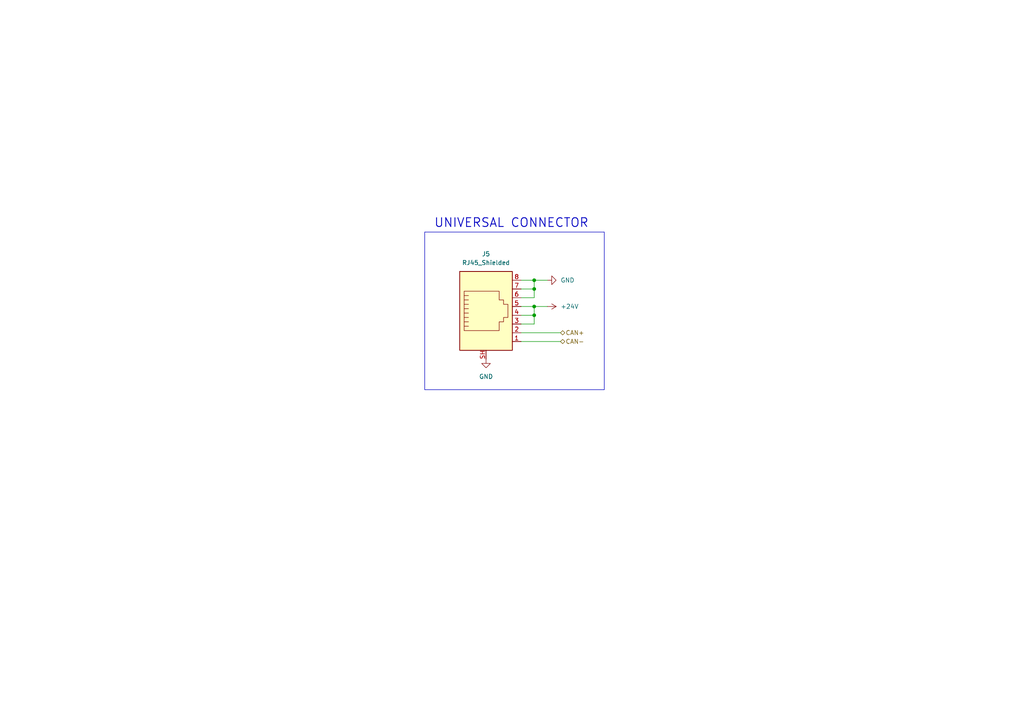
<source format=kicad_sch>
(kicad_sch (version 20231120) (generator "eeschema") (generator_version "8.0")
  (paper "A4")
  (title_block (title "TeR_PEDAL") (date "2023-11-24") (rev "V1.1.0") (company "Tecnun-eRacing") (comment 1 "Ozuba"))
  (lib_symbols
    (symbol "Connector:RJ45_Shielded" (pin_names (offset 1.016))
      (property "Reference" "J" (at -5.08 13.97 0))
      (property "Value" "RJ45_Shielded" (at 2.54 13.97 0))
      (symbol "RJ45_Shielded_0_1"
        (polyline (pts (xy -5.08 4.445) (xy -6.35 4.445)))
        (polyline (pts (xy -5.08 5.715) (xy -6.35 5.715)))
        (polyline (pts (xy -6.35 -3.175) (xy -5.08 -3.175) (xy -5.08 -3.175)))
        (polyline (pts (xy -6.35 -1.905) (xy -5.08 -1.905) (xy -5.08 -1.905)))
        (polyline (pts (xy -6.35 -0.635) (xy -5.08 -0.635) (xy -5.08 -0.635)))
        (polyline (pts (xy -6.35 0.635) (xy -5.08 0.635) (xy -5.08 0.635)))
        (polyline (pts (xy -6.35 1.905) (xy -5.08 1.905) (xy -5.08 1.905)))
        (polyline (pts (xy -5.08 3.175) (xy -6.35 3.175) (xy -6.35 3.175)))
        (polyline (pts (xy -6.35 -4.445) (xy -6.35 6.985) (xy 3.81 6.985) (xy 3.81 4.445) (xy 5.08 4.445) (xy 5.08 3.175) (xy 6.35 3.175) (xy 6.35 -0.635) (xy 5.08 -0.635) (xy 5.08 -1.905) (xy 3.81 -1.905) (xy 3.81 -4.445) (xy -6.35 -4.445) (xy -6.35 -4.445)))
        (rectangle (start 7.62 12.7) (end -7.62 -10.16) (stroke (width 0.254)) (fill (type background)))
      )
      (symbol "RJ45_Shielded_1_1"
        (pin passive line (at 10.16 -7.62 180) (length 2.54) (name "~") (number "1"))
        (pin passive line (at 10.16 -5.08 180) (length 2.54) (name "~") (number "2"))
        (pin passive line (at 10.16 -2.54 180) (length 2.54) (name "~") (number "3"))
        (pin passive line (at 10.16 0 180) (length 2.54) (name "~") (number "4"))
        (pin passive line (at 10.16 2.54 180) (length 2.54) (name "~") (number "5"))
        (pin passive line (at 10.16 5.08 180) (length 2.54) (name "~") (number "6"))
        (pin passive line (at 10.16 7.62 180) (length 2.54) (name "~") (number "7"))
        (pin passive line (at 10.16 10.16 180) (length 2.54) (name "~") (number "8"))
        (pin passive line (at 0 -12.7 90) (length 2.54) (name "~") (number "SH"))
      )
    )
    (symbol "power:+24V" (power) (pin_names (offset 0))
      (property "Value" "+24V" (at 0 3.556 0))
      (symbol "+24V_0_1"
        (polyline (pts (xy -0.762 1.27) (xy 0 2.54)))
        (polyline (pts (xy 0 0) (xy 0 2.54)))
        (polyline (pts (xy 0 2.54) (xy 0.762 1.27)))
      )
      (symbol "+24V_1_1"
        (pin power_in line (at 0 0 90) (length 0) hide (name "+24V") (number "1"))
      )
    )
    (symbol "power:GND" (power) (pin_names (offset 0))
      (property "Value" "GND" (at 0 -3.81 0))
      (symbol "GND_0_1"
        (polyline (pts (xy 0 0) (xy 0 -1.27) (xy 1.27 -1.27) (xy 0 -2.54) (xy -1.27 -1.27) (xy 0 -1.27)))
      )
      (symbol "GND_1_1"
        (pin power_in line (at 0 0 270) (length 0) hide (name "GND") (number "1"))
      )
    )
  )
  (junction (at 154.94 81.28))
  (junction (at 154.94 91.44))
  (junction (at 154.94 88.9))
  (junction (at 154.94 83.82))
  (wire (pts (xy 151.13 99.06) (xy 162.56 99.06)))
  (wire (pts (xy 151.13 93.98) (xy 154.94 93.98)))
  (wire (pts (xy 154.94 81.28) (xy 154.94 83.82)))
  (wire (pts (xy 151.13 86.36) (xy 154.94 86.36)))
  (wire (pts (xy 151.13 91.44) (xy 154.94 91.44)))
  (wire (pts (xy 154.94 88.9) (xy 154.94 91.44)))
  (wire (pts (xy 154.94 93.98) (xy 154.94 91.44)))
  (polyline (pts (xy 175.26 113.03) (xy 123.19 113.03)))
  (wire (pts (xy 151.13 83.82) (xy 154.94 83.82)))
  (polyline (pts (xy 175.26 67.31) (xy 175.26 113.03)))
  (wire (pts (xy 151.13 88.9) (xy 154.94 88.9)))
  (wire (pts (xy 151.13 81.28) (xy 154.94 81.28)))
  (wire (pts (xy 158.75 88.9) (xy 154.94 88.9)))
  (wire (pts (xy 158.75 81.28) (xy 154.94 81.28)))
  (polyline (pts (xy 123.19 67.31) (xy 175.26 67.31)))
  (wire (pts (xy 151.13 96.52) (xy 162.56 96.52)))
  (wire (pts (xy 154.94 86.36) (xy 154.94 83.82)))
  (polyline (pts (xy 123.19 67.31) (xy 123.19 113.03)))
  (text "UNIVERSAL CONNECTOR" (at 148.336 64.77 0) (effects (font (size 2.54 2.54) (thickness 0.254) (bold yes))))
  (hierarchical_label "CAN+" (shape bidirectional) (at 162.56 96.52 0))
  (hierarchical_label "CAN-" (shape bidirectional) (at 162.56 99.06 0))
  (symbol (lib_id "power:+24V") (at 158.75 88.9 270) (unit 1)
    (property "Reference" "#PWR025" (effects (hide yes)))
    (property "Value" "+24V" (at 162.56 88.8999 90) (effects (justify left)))
    (instances (project "TER_MAIN_MODULE" (path "" (reference "#PWR025") (unit 1)) (path "" (reference "#PWR031") (unit 1)) (path "" (reference "#PWR019") (unit 1)) (path "" (reference "#PWR028") (unit 1)) (path "" (reference "#PWR022") (unit 1))) (project "TER_PEDAL" (path "" (reference "#PWR0103") (unit 1))))
  )
  (symbol (lib_id "power:GND") (at 140.97 104.14 0) (unit 1)
    (property "Reference" "#PWR024" (effects (hide yes)))
    (property "Value" "GND" (at 140.97 109.22 0))
    (instances (project "TER_MAIN_MODULE" (path "" (reference "#PWR024") (unit 1)) (path "" (reference "#PWR030") (unit 1)) (path "" (reference "#PWR018") (unit 1)) (path "" (reference "#PWR027") (unit 1)) (path "" (reference "#PWR021") (unit 1))) (project "TER_PEDAL" (path "" (reference "#PWR0101") (unit 1))))
  )
  (symbol (lib_id "power:GND") (at 158.75 81.28 90) (unit 1)
    (property "Reference" "#PWR026" (effects (hide yes)))
    (property "Value" "GND" (at 162.56 81.2799 90) (effects (justify right)))
    (instances (project "TER_MAIN_MODULE" (path "" (reference "#PWR026") (unit 1)) (path "" (reference "#PWR032") (unit 1)) (path "" (reference "#PWR020") (unit 1)) (path "" (reference "#PWR029") (unit 1)) (path "" (reference "#PWR023") (unit 1))) (project "TER_PEDAL" (path "" (reference "#PWR048") (unit 1))))
  )
  (symbol (lib_id "Connector:RJ45_Shielded") (at 140.97 91.44 0) (unit 1)
    (property "Reference" "J5" (at 140.97 73.66 0))
    (property "Value" "RJ45_Shielded" (at 140.97 76.2 0))
    (property "Footprint" "Connector_RJ:RJ45_Ninigi_GE" (effects (hide yes)))
    (instances (project "TER_MAIN_MODULE" (path "" (reference "J5") (unit 1)) (path "" (reference "J7") (unit 1)) (path "" (reference "J3") (unit 1)) (path "" (reference "J6") (unit 1)) (path "" (reference "J4") (unit 1))) (project "TER_PEDAL" (path "" (reference "J3") (unit 1))))
  )
)
</source>
